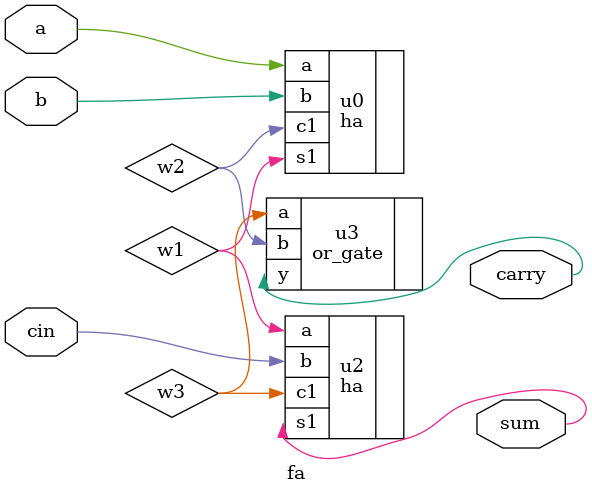
<source format=v>
`include "ha.v"
`include "or_gate.v"

module fa(
  input wire a,
  input wire b,
  input wire cin,
  output wire sum,
  output wire carry);
  wire w1,w2,w3;
  ha u0(
    .a(a),
    .b(b),
    .s1(w1),
    .c1(w2)
  );
  ha u2(
    .a(w1),
    .b(cin),
    .s1(sum),
    .c1(w3)
  );
    
  or_gate u3(
    .a(w3),
    .b(w2),
    .y(carry)
  );
endmodule

</source>
